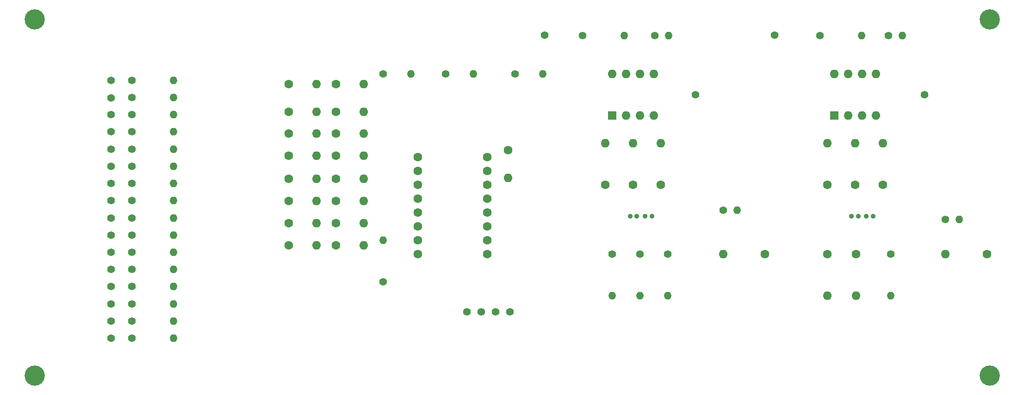
<source format=gbr>
%TF.GenerationSoftware,KiCad,Pcbnew,7.0.6*%
%TF.CreationDate,2023-08-10T10:09:16-04:00*%
%TF.ProjectId,Final_PCB,46696e61-6c5f-4504-9342-2e6b69636164,rev?*%
%TF.SameCoordinates,Original*%
%TF.FileFunction,Soldermask,Bot*%
%TF.FilePolarity,Negative*%
%FSLAX46Y46*%
G04 Gerber Fmt 4.6, Leading zero omitted, Abs format (unit mm)*
G04 Created by KiCad (PCBNEW 7.0.6) date 2023-08-10 10:09:16*
%MOMM*%
%LPD*%
G01*
G04 APERTURE LIST*
%ADD10C,1.400000*%
%ADD11O,1.400000X1.400000*%
%ADD12C,1.600000*%
%ADD13O,1.600000X1.600000*%
%ADD14C,0.900000*%
%ADD15R,1.600000X1.600000*%
%ADD16C,3.700000*%
G04 APERTURE END LIST*
D10*
%TO.C,LEDSPT2*%
X237744000Y-73939400D03*
D11*
X240284000Y-73939400D03*
%TD*%
D12*
%TO.C,SOLENOID6*%
X128037800Y-104278400D03*
D13*
X133117800Y-104278400D03*
%TD*%
D10*
%TO.C,ARD2_PIN37*%
X95554800Y-104238400D03*
%TD*%
%TO.C,R23*%
X99339400Y-126288400D03*
D11*
X106959400Y-126288400D03*
%TD*%
D14*
%TO.C,IFD97_1*%
X190481200Y-107111800D03*
X191731200Y-107111800D03*
X193231200Y-107111800D03*
X194481200Y-107111800D03*
%TD*%
D10*
%TO.C,ARD2_PIN33*%
X95554800Y-91592400D03*
%TD*%
D12*
%TO.C,SOLENOID1*%
X128037800Y-82880200D03*
D13*
X133117800Y-82880200D03*
%TD*%
D10*
%TO.C,IFE91D_1*%
X207491600Y-106000000D03*
D11*
X210031600Y-106000000D03*
%TD*%
D10*
%TO.C,R24*%
X99339400Y-129438400D03*
D11*
X106959400Y-129438400D03*
%TD*%
D12*
%TO.C,SOLENOID16*%
X136699200Y-112378400D03*
D13*
X141779200Y-112378400D03*
%TD*%
D15*
%TO.C,OP07C_1*%
X187171600Y-88585200D03*
D13*
X189711600Y-88585200D03*
X192251600Y-88585200D03*
X194791600Y-88585200D03*
X194791600Y-80965200D03*
X192251600Y-80965200D03*
X189711600Y-80965200D03*
X187171600Y-80965200D03*
%TD*%
D12*
%TO.C,SOLENOID5*%
X128037800Y-100228400D03*
D13*
X133117800Y-100228400D03*
%TD*%
D10*
%TO.C,R11*%
X99339400Y-88488400D03*
D11*
X106959400Y-88488400D03*
%TD*%
D10*
%TO.C,ARD1_PIND10*%
X174853600Y-73888600D03*
%TD*%
%TO.C,ARD2_PIN36*%
X95554800Y-101088400D03*
%TD*%
%TO.C,R15*%
X99339400Y-101088400D03*
D11*
X106959400Y-101088400D03*
%TD*%
D10*
%TO.C,R21*%
X99339400Y-119988400D03*
D11*
X106959400Y-119988400D03*
%TD*%
D16*
%TO.C,MOUNT*%
X81508600Y-136271000D03*
%TD*%
D10*
%TO.C,R25*%
X181813200Y-73939400D03*
D11*
X189433200Y-73939400D03*
%TD*%
D12*
%TO.C,R6*%
X231621600Y-101295200D03*
D13*
X231621600Y-93675200D03*
%TD*%
D12*
%TO.C,SOLENOID9*%
X136699200Y-82880200D03*
D13*
X141779200Y-82880200D03*
%TD*%
D10*
%TO.C,R20*%
X99339400Y-116838400D03*
D11*
X106959400Y-116838400D03*
%TD*%
D12*
%TO.C,SOLENOID13*%
X136699200Y-100228400D03*
D13*
X141779200Y-100228400D03*
%TD*%
D10*
%TO.C,MOTOR_GNWT1*%
X163281000Y-124637800D03*
%TD*%
%TO.C,C2*%
X192251600Y-113995200D03*
D11*
X192251600Y-121615200D03*
%TD*%
D12*
%TO.C,MOTOR_DRIVER1*%
X151631600Y-96205200D03*
X151631600Y-98745200D03*
X151631600Y-101285200D03*
X151631600Y-103825200D03*
X151631600Y-106365200D03*
X151631600Y-108905200D03*
X151631600Y-111445200D03*
X151631600Y-113985200D03*
X164331600Y-113985200D03*
X164331600Y-111445200D03*
X164331600Y-108905200D03*
X164331600Y-106365200D03*
X164331600Y-103825200D03*
X164331600Y-101285200D03*
X164331600Y-98745200D03*
X164331600Y-96205200D03*
%TD*%
%TO.C,R8*%
X255751600Y-113995200D03*
D13*
X248131600Y-113995200D03*
%TD*%
D10*
%TO.C,R18*%
X99339400Y-110538400D03*
D11*
X106959400Y-110538400D03*
%TD*%
D10*
%TO.C,ARD2_PIN38*%
X95554800Y-107388400D03*
%TD*%
%TO.C,ARD2_PIN34*%
X95554800Y-94788400D03*
%TD*%
%TO.C,R13*%
X99339400Y-94788400D03*
D11*
X106959400Y-94788400D03*
%TD*%
D10*
%TO.C,ARD2_PIN42*%
X95554800Y-119988400D03*
%TD*%
%TO.C,ARD2_PIN43*%
X95554800Y-123138400D03*
%TD*%
%TO.C,ARD2_PIN30*%
X95554800Y-82188400D03*
%TD*%
%TO.C,ARD1OUT2*%
X244321600Y-84785200D03*
%TD*%
%TO.C,R10*%
X99339400Y-85338400D03*
D11*
X106959400Y-85338400D03*
%TD*%
D12*
%TO.C,SOLENOID10*%
X136699200Y-87909400D03*
D13*
X141779200Y-87909400D03*
%TD*%
D16*
%TO.C,REF\u002A\u002A*%
X81508600Y-71043800D03*
%TD*%
D10*
%TO.C,ARD2_SOURCE1*%
X156741600Y-80975200D03*
D11*
X161821600Y-80975200D03*
%TD*%
D10*
%TO.C,ARD2_PIN45*%
X95554800Y-129438400D03*
%TD*%
%TO.C,R9*%
X99339400Y-82188400D03*
D11*
X106959400Y-82188400D03*
%TD*%
D10*
%TO.C,ARD2_PIN41*%
X95554800Y-116838400D03*
%TD*%
D12*
%TO.C,R3*%
X196061600Y-101295200D03*
D13*
X196061600Y-93675200D03*
%TD*%
D12*
%TO.C,SOLENOID11*%
X136699200Y-91959400D03*
D13*
X141779200Y-91959400D03*
%TD*%
D12*
%TO.C,R4*%
X215111600Y-113995200D03*
D13*
X207491600Y-113995200D03*
%TD*%
D12*
%TO.C,R1*%
X185901600Y-101295200D03*
D13*
X185901600Y-93675200D03*
%TD*%
D10*
%TO.C,R17*%
X99339400Y-107388400D03*
D11*
X106959400Y-107388400D03*
%TD*%
D10*
%TO.C,C4*%
X238156600Y-113995200D03*
D11*
X238156600Y-121615200D03*
%TD*%
D10*
%TO.C,MOTOR_PK1*%
X165905000Y-124637800D03*
%TD*%
D12*
%TO.C,C6*%
X226541600Y-113995200D03*
D13*
X226541600Y-121615200D03*
%TD*%
D10*
%TO.C,LEDSPT1*%
X194970400Y-73939400D03*
D11*
X197510400Y-73939400D03*
%TD*%
D10*
%TO.C,ARD2_PIN32*%
X95554800Y-88488400D03*
%TD*%
D12*
%TO.C,R5*%
X226591600Y-101295200D03*
D13*
X226591600Y-93675200D03*
%TD*%
D15*
%TO.C,OP07C_2*%
X227821600Y-88585200D03*
D13*
X230361600Y-88585200D03*
X232901600Y-88585200D03*
X235441600Y-88585200D03*
X235441600Y-80965200D03*
X232901600Y-80965200D03*
X230361600Y-80965200D03*
X227821600Y-80965200D03*
%TD*%
D12*
%TO.C,SOLENOID15*%
X136699200Y-108328400D03*
D13*
X141779200Y-108328400D03*
%TD*%
D10*
%TO.C,R12*%
X99339400Y-91592400D03*
D11*
X106959400Y-91592400D03*
%TD*%
D10*
%TO.C,ARD2_PIN44*%
X95554800Y-126288400D03*
%TD*%
%TO.C,MOTO_PKWT1*%
X168529000Y-124637800D03*
%TD*%
D12*
%TO.C,SOLENOID3*%
X128037800Y-91959400D03*
D13*
X133117800Y-91959400D03*
%TD*%
D10*
%TO.C,R16*%
X99339400Y-104238400D03*
D11*
X106959400Y-104238400D03*
%TD*%
D12*
%TO.C,SOLENOID12*%
X136699200Y-96009400D03*
D13*
X141779200Y-96009400D03*
%TD*%
D12*
%TO.C,SOLENOID7*%
X128037800Y-108328400D03*
D13*
X133117800Y-108328400D03*
%TD*%
D10*
%TO.C,R19*%
X99339400Y-113688400D03*
D11*
X106959400Y-113688400D03*
%TD*%
D12*
%TO.C,C5*%
X231806600Y-113995200D03*
D13*
X231806600Y-121615200D03*
%TD*%
D10*
%TO.C,ARD2_PIN35*%
X95554800Y-97938400D03*
%TD*%
D14*
%TO.C,IFD97_2*%
X230968800Y-107111800D03*
X232218800Y-107111800D03*
X233718800Y-107111800D03*
X234968800Y-107111800D03*
%TD*%
D10*
%TO.C,R22*%
X99339400Y-123138400D03*
D11*
X106959400Y-123138400D03*
%TD*%
D10*
%TO.C,IFE91D_2*%
X248131600Y-107645200D03*
D11*
X250671600Y-107645200D03*
%TD*%
D10*
%TO.C,ARD2_PIN31*%
X95554800Y-85369400D03*
%TD*%
%TO.C,12V_SOURCE1*%
X145311600Y-80975200D03*
D11*
X150391600Y-80975200D03*
%TD*%
D12*
%TO.C,R2*%
X190981600Y-101295200D03*
D13*
X190981600Y-93675200D03*
%TD*%
D12*
%TO.C,SOLENOID4*%
X128037800Y-96009400D03*
D13*
X133117800Y-96009400D03*
%TD*%
D10*
%TO.C,ARD1OUT1*%
X202411600Y-84785200D03*
%TD*%
D16*
%TO.C,REF\u002A\u002A*%
X256260600Y-71043800D03*
%TD*%
D10*
%TO.C,R26*%
X225196400Y-73939400D03*
D11*
X232816400Y-73939400D03*
%TD*%
D12*
%TO.C,R7*%
X236701600Y-101295200D03*
D13*
X236701600Y-93675200D03*
%TD*%
D16*
%TO.C,REF\u002A\u002A*%
X256260600Y-136271000D03*
%TD*%
D10*
%TO.C,R14*%
X99339400Y-97938400D03*
D11*
X106959400Y-97938400D03*
%TD*%
D10*
%TO.C,C3*%
X187171600Y-113995200D03*
D11*
X187171600Y-121615200D03*
%TD*%
D12*
%TO.C,SOLENOID8*%
X128037800Y-112378400D03*
D13*
X133117800Y-112378400D03*
%TD*%
D12*
%TO.C,MOTOR_CONTROL_PINS1*%
X168121600Y-94945200D03*
D13*
X168121600Y-100025200D03*
%TD*%
D10*
%TO.C,ARD2_PIN39*%
X95554800Y-110538400D03*
%TD*%
D12*
%TO.C,SOLENOID2*%
X128037800Y-87909400D03*
D13*
X133117800Y-87909400D03*
%TD*%
D10*
%TO.C,C7*%
X145261600Y-119075200D03*
D11*
X145261600Y-111455200D03*
%TD*%
D10*
%TO.C,ARD1_PIND11*%
X216966800Y-73888600D03*
%TD*%
%TO.C,ARD1_SOURCE1*%
X169441600Y-80975200D03*
D11*
X174521600Y-80975200D03*
%TD*%
D10*
%TO.C,MOTOR_GN1*%
X160657000Y-124637800D03*
%TD*%
%TO.C,ARD2_PIN40*%
X95554800Y-113688400D03*
%TD*%
%TO.C,C1*%
X197331600Y-113995200D03*
D11*
X197331600Y-121615200D03*
%TD*%
D12*
%TO.C,SOLENOID14*%
X136699200Y-104278400D03*
D13*
X141779200Y-104278400D03*
%TD*%
M02*

</source>
